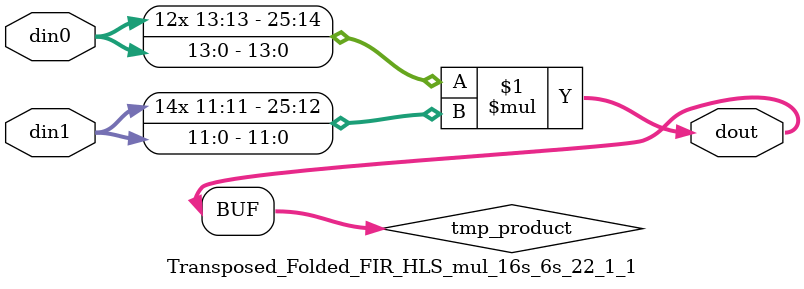
<source format=v>

`timescale 1 ns / 1 ps

 module Transposed_Folded_FIR_HLS_mul_16s_6s_22_1_1(din0, din1, dout);
parameter ID = 1;
parameter NUM_STAGE = 0;
parameter din0_WIDTH = 14;
parameter din1_WIDTH = 12;
parameter dout_WIDTH = 26;

input [din0_WIDTH - 1 : 0] din0; 
input [din1_WIDTH - 1 : 0] din1; 
output [dout_WIDTH - 1 : 0] dout;

wire signed [dout_WIDTH - 1 : 0] tmp_product;



























assign tmp_product = $signed(din0) * $signed(din1);








assign dout = tmp_product;





















endmodule

</source>
